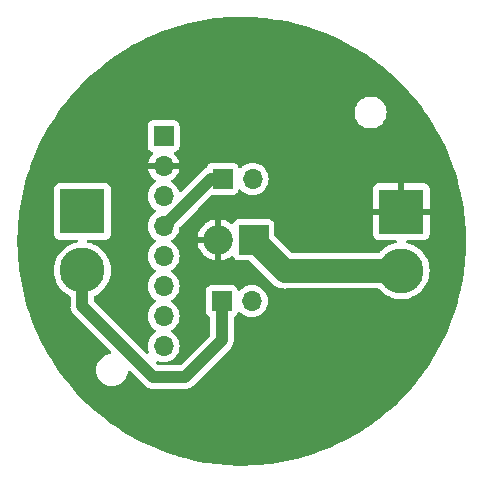
<source format=gbr>
%TF.GenerationSoftware,KiCad,Pcbnew,(7.0.0)*%
%TF.CreationDate,2023-11-14T12:36:05+01:00*%
%TF.ProjectId,Helios_PCB_female,48656c69-6f73-45f5-9043-425f66656d61,rev?*%
%TF.SameCoordinates,Original*%
%TF.FileFunction,Copper,L2,Bot*%
%TF.FilePolarity,Positive*%
%FSLAX46Y46*%
G04 Gerber Fmt 4.6, Leading zero omitted, Abs format (unit mm)*
G04 Created by KiCad (PCBNEW (7.0.0)) date 2023-11-14 12:36:05*
%MOMM*%
%LPD*%
G01*
G04 APERTURE LIST*
%TA.AperFunction,ComponentPad*%
%ADD10R,3.800000X3.800000*%
%TD*%
%TA.AperFunction,ComponentPad*%
%ADD11C,3.800000*%
%TD*%
%TA.AperFunction,ComponentPad*%
%ADD12R,1.700000X1.700000*%
%TD*%
%TA.AperFunction,ComponentPad*%
%ADD13O,1.700000X1.700000*%
%TD*%
%TA.AperFunction,ComponentPad*%
%ADD14R,2.500000X2.500000*%
%TD*%
%TA.AperFunction,ComponentPad*%
%ADD15O,2.500000X2.500000*%
%TD*%
%TA.AperFunction,Conductor*%
%ADD16C,2.000000*%
%TD*%
%TA.AperFunction,Conductor*%
%ADD17C,1.000000*%
%TD*%
G04 APERTURE END LIST*
D10*
%TO.P,J1,1,Pin_1*%
%TO.N,GND*%
X118499999Y-87499999D03*
D11*
%TO.P,J1,2,Pin_2*%
%TO.N,+5V*%
X118500000Y-92500000D03*
%TD*%
D10*
%TO.P,J3,1,Pin_1*%
%TO.N,SCL*%
X91499999Y-87474999D03*
D11*
%TO.P,J3,2,Pin_2*%
%TO.N,SDA*%
X91500000Y-92475000D03*
%TD*%
D12*
%TO.P,J4,1,Pin_1*%
%TO.N,SDA1*%
X103372999Y-84708999D03*
D13*
%TO.P,J4,2,Pin_2*%
%TO.N,SCL1*%
X105912999Y-84708999D03*
%TD*%
D12*
%TO.P,J7,1,Pin_1*%
%TO.N,SDA*%
X103304999Y-95059999D03*
D13*
%TO.P,J7,2,Pin_2*%
%TO.N,SCL*%
X105844999Y-95059999D03*
%TD*%
D12*
%TO.P,MPU1,1,VCC*%
%TO.N,+5V*%
X98379999Y-81105399D03*
D13*
%TO.P,MPU1,2,GND*%
%TO.N,GND*%
X98379999Y-83645399D03*
%TO.P,MPU1,3,SCL*%
%TO.N,SCL1*%
X98379999Y-86185399D03*
%TO.P,MPU1,4,SDA*%
%TO.N,SDA1*%
X98379999Y-88725399D03*
%TO.P,MPU1,5,XDA*%
%TO.N,unconnected-(MPU1-XDA-Pad5)*%
X98379999Y-91265399D03*
%TO.P,MPU1,6,XCL*%
%TO.N,unconnected-(MPU1-XCL-Pad6)*%
X98379999Y-93805399D03*
%TO.P,MPU1,7,AD0*%
%TO.N,unconnected-(MPU1-AD0-Pad7)*%
X98379999Y-96345399D03*
%TO.P,MPU1,8,INT*%
%TO.N,unconnected-(MPU1-INT-Pad8)*%
X98379999Y-98885399D03*
%TD*%
D14*
%TO.P,J2,1,Pin_1*%
%TO.N,+5V*%
X105999999Y-89872199D03*
D15*
%TO.P,J2,2,Pin_2*%
%TO.N,GND*%
X102999999Y-89872199D03*
%TD*%
D16*
%TO.N,+5V*%
X106000000Y-89872200D02*
X108627800Y-92500000D01*
X108627800Y-92500000D02*
X118500000Y-92500000D01*
D17*
%TO.N,SDA1*%
X103373000Y-84709000D02*
X102396400Y-84709000D01*
X102396400Y-84709000D02*
X98380000Y-88725400D01*
%TO.N,SDA*%
X100200000Y-101500000D02*
X97500000Y-101500000D01*
X97500000Y-101500000D02*
X91500000Y-95500000D01*
X103305000Y-95060000D02*
X103305000Y-98395000D01*
X91500000Y-95500000D02*
X91500000Y-92475000D01*
X103305000Y-98395000D02*
X100200000Y-101500000D01*
%TD*%
%TA.AperFunction,Conductor*%
%TO.N,GND*%
G36*
X105341262Y-71005495D02*
G01*
X105720209Y-71018535D01*
X105720928Y-71018564D01*
X106204192Y-71040583D01*
X106208458Y-71040851D01*
X106585290Y-71071160D01*
X106586156Y-71071235D01*
X107068956Y-71115321D01*
X107073151Y-71115778D01*
X107447100Y-71163193D01*
X107447805Y-71163286D01*
X107929344Y-71229472D01*
X107933527Y-71230122D01*
X108303578Y-71294400D01*
X108304591Y-71294582D01*
X108783611Y-71382799D01*
X108787850Y-71383658D01*
X109153329Y-71464561D01*
X109153900Y-71464690D01*
X109629961Y-71574978D01*
X109634281Y-71576062D01*
X109994055Y-71673200D01*
X109994962Y-71673449D01*
X110466678Y-71805618D01*
X110470979Y-71806909D01*
X110824490Y-71919982D01*
X110825479Y-71920303D01*
X111292031Y-72074247D01*
X111296237Y-72075721D01*
X111642780Y-72204358D01*
X111643399Y-72204590D01*
X112104218Y-72380279D01*
X112108399Y-72381963D01*
X112447032Y-72525653D01*
X112447638Y-72525913D01*
X112901612Y-72723102D01*
X112905737Y-72724986D01*
X113070104Y-72803810D01*
X113235444Y-72883101D01*
X113236352Y-72883541D01*
X113395035Y-72961233D01*
X113682506Y-73101982D01*
X113686565Y-73104066D01*
X114007006Y-73276232D01*
X114007464Y-73276480D01*
X114445240Y-73516112D01*
X114449301Y-73518437D01*
X114759551Y-73703940D01*
X114759882Y-73704139D01*
X115188284Y-73964656D01*
X115192287Y-73967197D01*
X115478762Y-74156837D01*
X115491363Y-74165178D01*
X115492048Y-74165635D01*
X115745476Y-74336016D01*
X115910110Y-74446700D01*
X115914041Y-74449455D01*
X116201534Y-74659340D01*
X116201965Y-74659657D01*
X116447698Y-74841634D01*
X116609123Y-74961177D01*
X116612957Y-74964134D01*
X116888014Y-75184962D01*
X116888624Y-75185455D01*
X117283982Y-75507103D01*
X117287657Y-75510215D01*
X117549697Y-75741127D01*
X117550175Y-75741551D01*
X117933154Y-76083243D01*
X117936762Y-76086594D01*
X118185064Y-76326499D01*
X118185463Y-76326886D01*
X118555342Y-76688440D01*
X118558822Y-76691981D01*
X118792762Y-76939731D01*
X118793228Y-76940226D01*
X119012477Y-77174985D01*
X119149260Y-77321443D01*
X119152594Y-77325162D01*
X119372007Y-77579985D01*
X119713604Y-77980866D01*
X119716799Y-77984774D01*
X119920777Y-78244896D01*
X119920922Y-78245081D01*
X120247279Y-78665423D01*
X120250317Y-78669506D01*
X120438385Y-78933418D01*
X120438706Y-78933872D01*
X120749117Y-79373623D01*
X120751988Y-79377874D01*
X120923610Y-79643702D01*
X120923834Y-79644051D01*
X121012257Y-79782268D01*
X121218109Y-80104043D01*
X121220804Y-80108456D01*
X121375517Y-80374077D01*
X121375755Y-80374487D01*
X121653232Y-80855092D01*
X121655743Y-80859660D01*
X121793272Y-81122827D01*
X121793472Y-81123211D01*
X122053616Y-81625266D01*
X122055933Y-81629981D01*
X122175745Y-81887345D01*
X122175642Y-81887392D01*
X122175911Y-81887700D01*
X122418391Y-82412895D01*
X122420508Y-82417749D01*
X122522512Y-82666018D01*
X122522644Y-82666342D01*
X122746819Y-83216382D01*
X122748718Y-83221345D01*
X122796170Y-83353813D01*
X122832403Y-83454963D01*
X122832343Y-83454984D01*
X122832507Y-83455254D01*
X123038204Y-84034030D01*
X123039895Y-84039135D01*
X123105103Y-84251356D01*
X123105181Y-84251612D01*
X123291940Y-84864136D01*
X123293407Y-84869352D01*
X123339878Y-85049655D01*
X123339934Y-85049875D01*
X123507504Y-85704998D01*
X123508740Y-85710315D01*
X123536206Y-85841498D01*
X123536244Y-85841681D01*
X123684428Y-86554785D01*
X123685428Y-86560192D01*
X123693878Y-86612375D01*
X123693901Y-86612519D01*
X123822089Y-87410108D01*
X123822858Y-87415701D01*
X123920462Y-88269485D01*
X123920975Y-88275107D01*
X123979617Y-89132426D01*
X123979874Y-89138065D01*
X123999435Y-89997176D01*
X123999435Y-90002822D01*
X123979874Y-90861934D01*
X123979617Y-90867573D01*
X123920975Y-91724892D01*
X123920462Y-91730514D01*
X123822858Y-92584298D01*
X123822089Y-92589891D01*
X123693901Y-93387480D01*
X123693878Y-93387625D01*
X123685428Y-93439807D01*
X123684428Y-93445213D01*
X123536244Y-94158318D01*
X123536206Y-94158501D01*
X123508740Y-94289683D01*
X123507504Y-94295000D01*
X123339934Y-94950124D01*
X123339878Y-94950344D01*
X123293407Y-95130646D01*
X123291940Y-95135862D01*
X123105181Y-95748387D01*
X123105103Y-95748643D01*
X123039895Y-95960863D01*
X123038204Y-95965968D01*
X122832537Y-96544659D01*
X122832434Y-96544950D01*
X122748727Y-96778632D01*
X122746819Y-96783616D01*
X122522644Y-97333657D01*
X122522511Y-97333981D01*
X122420507Y-97582249D01*
X122418391Y-97587103D01*
X122175942Y-98112229D01*
X122175777Y-98112584D01*
X122055933Y-98370017D01*
X122053616Y-98374732D01*
X121793472Y-98876787D01*
X121793272Y-98877171D01*
X121655743Y-99140338D01*
X121653232Y-99144906D01*
X121375755Y-99625511D01*
X121375517Y-99625921D01*
X121220804Y-99891542D01*
X121218109Y-99895955D01*
X120923889Y-100355862D01*
X120923610Y-100356296D01*
X120751988Y-100622124D01*
X120749117Y-100626375D01*
X120438706Y-101066126D01*
X120438385Y-101066580D01*
X120250317Y-101330492D01*
X120247279Y-101334575D01*
X119920999Y-101754818D01*
X119920631Y-101755289D01*
X119716799Y-102015224D01*
X119713604Y-102019132D01*
X119372156Y-102419840D01*
X119371740Y-102420325D01*
X119152602Y-102674827D01*
X119149260Y-102678555D01*
X118793228Y-103059772D01*
X118792762Y-103060267D01*
X118558822Y-103308017D01*
X118555342Y-103311558D01*
X118185463Y-103673112D01*
X118184945Y-103673615D01*
X117936762Y-103913404D01*
X117933154Y-103916755D01*
X117550175Y-104258447D01*
X117549604Y-104258953D01*
X117287682Y-104489762D01*
X117283956Y-104492917D01*
X116888639Y-104814531D01*
X116888014Y-104815036D01*
X116612957Y-105035864D01*
X116609123Y-105038821D01*
X116202102Y-105340240D01*
X116201421Y-105340741D01*
X115914041Y-105550543D01*
X115910110Y-105553298D01*
X115492100Y-105834328D01*
X115491363Y-105834820D01*
X115192287Y-106032801D01*
X115188269Y-106035351D01*
X114760171Y-106295684D01*
X114759376Y-106296163D01*
X114449306Y-106481558D01*
X114445212Y-106483902D01*
X114007678Y-106723402D01*
X114006826Y-106723863D01*
X113686615Y-106895906D01*
X113682454Y-106898042D01*
X113236352Y-107116457D01*
X113235444Y-107116897D01*
X112905782Y-107274991D01*
X112901565Y-107276917D01*
X112447828Y-107474003D01*
X112446862Y-107474418D01*
X112108439Y-107618019D01*
X112104177Y-107619735D01*
X111643581Y-107795339D01*
X111642559Y-107795723D01*
X111296282Y-107924261D01*
X111291985Y-107925767D01*
X110825568Y-108079666D01*
X110824490Y-108080016D01*
X110470979Y-108193089D01*
X110466657Y-108194386D01*
X109995066Y-108326520D01*
X109993933Y-108326831D01*
X109634289Y-108423934D01*
X109629953Y-108425022D01*
X109154186Y-108535243D01*
X109153000Y-108535511D01*
X108787901Y-108616329D01*
X108783559Y-108617209D01*
X108304718Y-108705393D01*
X108303481Y-108705615D01*
X107933602Y-108769864D01*
X107929266Y-108770538D01*
X107448098Y-108836673D01*
X107446811Y-108836843D01*
X107073213Y-108884213D01*
X107068891Y-108884684D01*
X106586411Y-108928741D01*
X106585076Y-108928856D01*
X106208473Y-108959146D01*
X106204176Y-108959416D01*
X105721321Y-108981417D01*
X105719942Y-108981473D01*
X105375751Y-108993317D01*
X105341262Y-108994504D01*
X105336999Y-108994577D01*
X104854540Y-108994577D01*
X104853119Y-108994569D01*
X104837158Y-108994385D01*
X104473320Y-108990214D01*
X104469098Y-108990093D01*
X103988069Y-108968176D01*
X103986608Y-108968101D01*
X103606523Y-108946287D01*
X103602352Y-108945977D01*
X103123610Y-108902262D01*
X103122113Y-108902116D01*
X102742612Y-108862815D01*
X102738500Y-108862320D01*
X102263082Y-108796975D01*
X102261553Y-108796755D01*
X101883403Y-108739969D01*
X101879359Y-108739293D01*
X101408192Y-108652522D01*
X101406633Y-108652225D01*
X101030743Y-108578016D01*
X101026774Y-108577165D01*
X100560675Y-108469185D01*
X100559092Y-108468807D01*
X100186346Y-108377282D01*
X100182460Y-108376261D01*
X99722433Y-108247367D01*
X99720830Y-108246906D01*
X99351996Y-108138190D01*
X99348199Y-108137004D01*
X98895117Y-107987503D01*
X98893497Y-107986956D01*
X98529483Y-107861254D01*
X98525784Y-107859911D01*
X98080487Y-107690139D01*
X98078855Y-107689503D01*
X97720450Y-107547030D01*
X97716854Y-107545535D01*
X97280278Y-107355903D01*
X97278639Y-107355177D01*
X96926625Y-107196188D01*
X96923139Y-107194548D01*
X96496104Y-106985466D01*
X96494463Y-106984647D01*
X96149653Y-106809456D01*
X96146282Y-106807678D01*
X95729656Y-106579623D01*
X95728018Y-106578710D01*
X95391151Y-106387638D01*
X95387900Y-106385728D01*
X94982524Y-106139213D01*
X94980894Y-106138205D01*
X94652731Y-105931632D01*
X94649605Y-105929598D01*
X94256167Y-105665087D01*
X94254552Y-105663982D01*
X93935902Y-105442371D01*
X93932905Y-105440220D01*
X93552299Y-105158364D01*
X93550703Y-105157162D01*
X93242145Y-104920865D01*
X93239300Y-104918619D01*
X92872208Y-104619967D01*
X92870637Y-104618668D01*
X92572999Y-104368273D01*
X92570274Y-104365912D01*
X92217333Y-104051021D01*
X92215792Y-104049622D01*
X91929786Y-103785696D01*
X91927202Y-103783242D01*
X91589146Y-103452796D01*
X91587692Y-103451351D01*
X91313815Y-103174315D01*
X91311389Y-103171791D01*
X90988940Y-102826532D01*
X90987478Y-102824938D01*
X90726427Y-102535458D01*
X90724131Y-102532839D01*
X90417927Y-102173493D01*
X90416570Y-102171871D01*
X90168807Y-101870411D01*
X90166708Y-101867784D01*
X89877356Y-101495105D01*
X89875997Y-101493321D01*
X89642174Y-101180631D01*
X89640176Y-101177880D01*
X89561612Y-101066580D01*
X89368274Y-100792683D01*
X89366991Y-100790830D01*
X89284984Y-100669982D01*
X89147584Y-100467503D01*
X89145749Y-100464718D01*
X89124451Y-100431427D01*
X88891759Y-100067696D01*
X88890550Y-100065767D01*
X88686117Y-99732593D01*
X88684446Y-99729785D01*
X88682241Y-99725965D01*
X88448829Y-99321686D01*
X88447723Y-99319727D01*
X88258679Y-98977347D01*
X88257145Y-98974479D01*
X88229665Y-98921444D01*
X88040446Y-98556268D01*
X88039400Y-98554200D01*
X87866182Y-98203371D01*
X87864794Y-98200464D01*
X87824056Y-98112229D01*
X87667416Y-97772959D01*
X87666496Y-97770914D01*
X87509420Y-97412228D01*
X87508226Y-97409402D01*
X87330561Y-96973480D01*
X87329685Y-96971269D01*
X87189189Y-96605681D01*
X87188147Y-96602864D01*
X87030518Y-96159336D01*
X87029776Y-96157180D01*
X86906139Y-95785388D01*
X86905219Y-95782498D01*
X86767983Y-95332401D01*
X86767335Y-95330194D01*
X86660842Y-94953012D01*
X86660046Y-94950049D01*
X86647247Y-94900011D01*
X86543484Y-94494348D01*
X86542910Y-94492002D01*
X86453807Y-94110271D01*
X86453187Y-94107462D01*
X86357474Y-93646868D01*
X86357004Y-93644477D01*
X86285479Y-93258970D01*
X86285003Y-93256224D01*
X86210358Y-92791781D01*
X86209996Y-92789361D01*
X86166469Y-92475000D01*
X89094754Y-92475000D01*
X89113720Y-92776457D01*
X89114447Y-92780269D01*
X89114449Y-92780283D01*
X89169588Y-93069330D01*
X89170319Y-93073160D01*
X89171523Y-93076867D01*
X89171524Y-93076869D01*
X89230692Y-93258970D01*
X89263659Y-93360430D01*
X89392267Y-93633736D01*
X89394349Y-93637017D01*
X89394352Y-93637022D01*
X89552024Y-93885474D01*
X89552028Y-93885480D01*
X89554115Y-93888768D01*
X89556594Y-93891765D01*
X89556598Y-93891770D01*
X89656310Y-94012301D01*
X89746651Y-94121504D01*
X89966838Y-94328274D01*
X90211205Y-94505816D01*
X90214612Y-94507689D01*
X90435238Y-94628980D01*
X90482232Y-94674521D01*
X90499500Y-94737642D01*
X90499500Y-95485722D01*
X90499460Y-95488862D01*
X90497243Y-95576363D01*
X90498351Y-95582548D01*
X90498352Y-95582554D01*
X90507648Y-95634420D01*
X90508957Y-95643748D01*
X90514289Y-95696180D01*
X90514290Y-95696185D01*
X90514926Y-95702438D01*
X90516807Y-95708435D01*
X90516810Y-95708447D01*
X90524032Y-95731466D01*
X90527772Y-95746702D01*
X90532031Y-95770464D01*
X90532035Y-95770478D01*
X90533142Y-95776653D01*
X90535471Y-95782483D01*
X90555020Y-95831425D01*
X90558179Y-95840298D01*
X90575841Y-95896588D01*
X90578891Y-95902083D01*
X90590603Y-95923184D01*
X90597337Y-95937363D01*
X90606290Y-95959778D01*
X90606292Y-95959783D01*
X90608623Y-95965617D01*
X90612082Y-95970866D01*
X90612085Y-95970871D01*
X90641080Y-96014867D01*
X90645961Y-96022923D01*
X90671536Y-96068999D01*
X90671538Y-96069002D01*
X90674591Y-96074502D01*
X90678689Y-96079275D01*
X90694404Y-96097581D01*
X90703855Y-96110116D01*
X90717133Y-96130263D01*
X90717138Y-96130269D01*
X90720598Y-96135519D01*
X90725045Y-96139966D01*
X90762300Y-96177221D01*
X90768705Y-96184131D01*
X90807134Y-96228895D01*
X90831198Y-96247522D01*
X90842968Y-96257889D01*
X93930975Y-99345896D01*
X93964355Y-99406738D01*
X93959816Y-99475987D01*
X93918781Y-99531952D01*
X93854103Y-99557105D01*
X93769982Y-99564465D01*
X93769977Y-99564465D01*
X93764592Y-99564937D01*
X93759371Y-99566335D01*
X93759365Y-99566337D01*
X93541569Y-99624694D01*
X93541557Y-99624698D01*
X93536337Y-99626097D01*
X93531432Y-99628383D01*
X93531427Y-99628386D01*
X93327081Y-99723675D01*
X93327077Y-99723677D01*
X93322171Y-99725965D01*
X93317738Y-99729068D01*
X93317731Y-99729073D01*
X93133034Y-99858399D01*
X93133029Y-99858402D01*
X93128599Y-99861505D01*
X93124775Y-99865328D01*
X93124769Y-99865334D01*
X92965336Y-100024767D01*
X92965330Y-100024773D01*
X92961505Y-100028599D01*
X92958406Y-100033023D01*
X92958399Y-100033033D01*
X92829066Y-100217740D01*
X92829061Y-100217747D01*
X92825965Y-100222170D01*
X92823683Y-100227061D01*
X92823678Y-100227072D01*
X92728386Y-100431427D01*
X92728383Y-100431432D01*
X92726097Y-100436337D01*
X92724698Y-100441557D01*
X92724694Y-100441569D01*
X92666337Y-100659365D01*
X92666335Y-100659371D01*
X92664937Y-100664592D01*
X92664465Y-100669977D01*
X92664465Y-100669982D01*
X92653892Y-100790830D01*
X92644341Y-100900000D01*
X92644813Y-100905395D01*
X92657105Y-101045898D01*
X92664937Y-101135408D01*
X92666336Y-101140630D01*
X92666337Y-101140634D01*
X92724694Y-101358430D01*
X92724697Y-101358438D01*
X92726097Y-101363663D01*
X92825965Y-101577829D01*
X92961505Y-101771401D01*
X93128599Y-101938495D01*
X93322171Y-102074035D01*
X93536337Y-102173903D01*
X93764592Y-102235063D01*
X93941034Y-102250500D01*
X94056258Y-102250500D01*
X94058966Y-102250500D01*
X94235408Y-102235063D01*
X94463663Y-102173903D01*
X94677829Y-102074035D01*
X94871401Y-101938495D01*
X95038495Y-101771401D01*
X95174035Y-101577830D01*
X95273903Y-101363663D01*
X95335063Y-101135408D01*
X95342894Y-101045897D01*
X95368046Y-100981219D01*
X95424011Y-100940183D01*
X95493260Y-100935644D01*
X95554103Y-100969024D01*
X96782450Y-102197371D01*
X96784643Y-102199620D01*
X96817002Y-102233662D01*
X96844941Y-102263053D01*
X96873405Y-102282864D01*
X96893352Y-102296748D01*
X96900875Y-102302421D01*
X96941712Y-102335719D01*
X96941717Y-102335722D01*
X96946593Y-102339698D01*
X96952168Y-102342610D01*
X96973556Y-102353782D01*
X96986980Y-102361915D01*
X97011951Y-102379295D01*
X97066163Y-102402559D01*
X97074673Y-102406601D01*
X97126951Y-102433909D01*
X97156195Y-102442276D01*
X97170979Y-102447539D01*
X97198942Y-102459540D01*
X97256727Y-102471414D01*
X97265869Y-102473657D01*
X97322582Y-102489886D01*
X97328857Y-102490363D01*
X97328858Y-102490364D01*
X97332331Y-102490628D01*
X97352915Y-102492195D01*
X97368459Y-102494376D01*
X97392096Y-102499234D01*
X97392100Y-102499234D01*
X97398259Y-102500500D01*
X97457244Y-102500500D01*
X97466660Y-102500858D01*
X97525476Y-102505337D01*
X97555651Y-102501493D01*
X97571317Y-102500500D01*
X100185722Y-102500500D01*
X100188862Y-102500539D01*
X100276363Y-102502757D01*
X100334458Y-102492344D01*
X100343739Y-102491042D01*
X100402438Y-102485074D01*
X100431464Y-102475966D01*
X100446713Y-102472224D01*
X100476653Y-102466858D01*
X100531423Y-102444980D01*
X100540303Y-102441818D01*
X100559994Y-102435640D01*
X100596588Y-102424159D01*
X100623194Y-102409390D01*
X100637362Y-102402662D01*
X100665617Y-102391377D01*
X100714891Y-102358902D01*
X100722910Y-102354043D01*
X100774502Y-102325409D01*
X100785961Y-102315570D01*
X100797583Y-102305594D01*
X100810125Y-102296137D01*
X100835519Y-102279402D01*
X100877238Y-102237681D01*
X100884122Y-102231301D01*
X100928895Y-102192866D01*
X100947524Y-102168798D01*
X100957884Y-102157035D01*
X104002389Y-99112529D01*
X104004559Y-99110413D01*
X104068053Y-99050059D01*
X104101752Y-99001641D01*
X104107428Y-98994113D01*
X104144698Y-98948407D01*
X104158782Y-98921444D01*
X104166919Y-98908013D01*
X104180704Y-98888208D01*
X104180703Y-98888208D01*
X104184295Y-98883049D01*
X104207568Y-98828815D01*
X104211598Y-98820331D01*
X104235997Y-98773624D01*
X104235997Y-98773622D01*
X104238909Y-98768049D01*
X104247275Y-98738808D01*
X104252539Y-98724019D01*
X104264540Y-98696058D01*
X104276421Y-98638238D01*
X104278650Y-98629155D01*
X104294886Y-98572418D01*
X104297195Y-98542082D01*
X104299376Y-98526539D01*
X104304234Y-98502901D01*
X104304233Y-98502901D01*
X104305500Y-98496741D01*
X104305500Y-98437756D01*
X104305858Y-98428340D01*
X104306735Y-98416827D01*
X104310337Y-98369524D01*
X104306493Y-98339348D01*
X104305500Y-98323683D01*
X104305500Y-96474142D01*
X104315512Y-96425330D01*
X104343930Y-96384399D01*
X104386164Y-96357960D01*
X104397331Y-96353796D01*
X104512546Y-96267546D01*
X104598796Y-96152331D01*
X104647810Y-96020916D01*
X104682789Y-95970537D01*
X104737634Y-95943084D01*
X104798927Y-95945273D01*
X104851673Y-95976569D01*
X104973599Y-96098495D01*
X104978031Y-96101598D01*
X104978033Y-96101600D01*
X105060663Y-96159458D01*
X105167170Y-96234035D01*
X105172070Y-96236320D01*
X105172072Y-96236321D01*
X105206399Y-96252328D01*
X105381337Y-96333903D01*
X105609592Y-96395063D01*
X105845000Y-96415659D01*
X106080408Y-96395063D01*
X106308663Y-96333903D01*
X106522830Y-96234035D01*
X106716401Y-96098495D01*
X106883495Y-95931401D01*
X107019035Y-95737830D01*
X107118903Y-95523663D01*
X107180063Y-95295408D01*
X107200659Y-95060000D01*
X107180063Y-94824592D01*
X107118903Y-94596337D01*
X107019035Y-94382171D01*
X106883495Y-94188599D01*
X106716401Y-94021505D01*
X106711970Y-94018402D01*
X106711966Y-94018399D01*
X106527259Y-93889066D01*
X106527257Y-93889064D01*
X106522830Y-93885965D01*
X106517933Y-93883681D01*
X106517927Y-93883678D01*
X106313572Y-93788386D01*
X106313570Y-93788385D01*
X106308663Y-93786097D01*
X106303438Y-93784697D01*
X106303430Y-93784694D01*
X106085634Y-93726337D01*
X106085630Y-93726336D01*
X106080408Y-93724937D01*
X106075020Y-93724465D01*
X106075017Y-93724465D01*
X105850395Y-93704813D01*
X105845000Y-93704341D01*
X105839605Y-93704813D01*
X105614982Y-93724465D01*
X105614977Y-93724465D01*
X105609592Y-93724937D01*
X105604371Y-93726335D01*
X105604365Y-93726337D01*
X105386569Y-93784694D01*
X105386557Y-93784698D01*
X105381337Y-93786097D01*
X105376432Y-93788383D01*
X105376427Y-93788386D01*
X105172081Y-93883675D01*
X105172077Y-93883677D01*
X105167171Y-93885965D01*
X105162738Y-93889068D01*
X105162731Y-93889073D01*
X104978034Y-94018399D01*
X104978029Y-94018402D01*
X104973599Y-94021505D01*
X104969775Y-94025328D01*
X104969775Y-94025329D01*
X104851673Y-94143431D01*
X104798926Y-94174726D01*
X104737633Y-94176915D01*
X104682789Y-94149462D01*
X104647810Y-94099082D01*
X104620304Y-94025336D01*
X104598796Y-93967669D01*
X104512546Y-93852454D01*
X104491497Y-93836697D01*
X104404431Y-93771519D01*
X104404430Y-93771518D01*
X104397331Y-93766204D01*
X104287839Y-93725366D01*
X104269752Y-93718620D01*
X104269750Y-93718619D01*
X104262483Y-93715909D01*
X104254770Y-93715079D01*
X104254767Y-93715079D01*
X104206180Y-93709855D01*
X104206169Y-93709854D01*
X104202873Y-93709500D01*
X104199550Y-93709500D01*
X102410439Y-93709500D01*
X102410420Y-93709500D01*
X102407128Y-93709501D01*
X102403850Y-93709853D01*
X102403838Y-93709854D01*
X102355231Y-93715079D01*
X102355225Y-93715080D01*
X102347517Y-93715909D01*
X102340252Y-93718618D01*
X102340246Y-93718620D01*
X102220980Y-93763104D01*
X102220978Y-93763104D01*
X102212669Y-93766204D01*
X102205572Y-93771516D01*
X102205568Y-93771519D01*
X102104550Y-93847141D01*
X102104546Y-93847144D01*
X102097454Y-93852454D01*
X102092144Y-93859546D01*
X102092141Y-93859550D01*
X102016519Y-93960568D01*
X102016516Y-93960572D01*
X102011204Y-93967669D01*
X102008104Y-93975978D01*
X102008104Y-93975980D01*
X101963620Y-94095247D01*
X101963619Y-94095250D01*
X101960909Y-94102517D01*
X101960079Y-94110227D01*
X101960079Y-94110232D01*
X101954855Y-94158819D01*
X101954854Y-94158831D01*
X101954500Y-94162127D01*
X101954500Y-94165448D01*
X101954500Y-94165449D01*
X101954500Y-95954560D01*
X101954500Y-95954578D01*
X101954501Y-95957872D01*
X101954853Y-95961150D01*
X101954854Y-95961161D01*
X101960079Y-96009768D01*
X101960080Y-96009773D01*
X101960909Y-96017483D01*
X101963619Y-96024749D01*
X101963620Y-96024753D01*
X101991124Y-96098495D01*
X102011204Y-96152331D01*
X102016518Y-96159430D01*
X102016519Y-96159431D01*
X102072367Y-96234035D01*
X102097454Y-96267546D01*
X102212669Y-96353796D01*
X102223835Y-96357960D01*
X102266070Y-96384399D01*
X102294488Y-96425330D01*
X102304500Y-96474142D01*
X102304500Y-97929217D01*
X102295061Y-97976670D01*
X102268181Y-98016898D01*
X99821899Y-100463181D01*
X99781671Y-100490061D01*
X99734218Y-100499500D01*
X97965783Y-100499500D01*
X97918330Y-100490061D01*
X97878102Y-100463181D01*
X97772570Y-100357649D01*
X97739428Y-100297859D01*
X97743009Y-100229592D01*
X97782222Y-100173596D01*
X97845151Y-100146891D01*
X97905852Y-100156511D01*
X97906343Y-100155163D01*
X97911427Y-100157013D01*
X97916337Y-100159303D01*
X98144592Y-100220463D01*
X98380000Y-100241059D01*
X98615408Y-100220463D01*
X98843663Y-100159303D01*
X99057830Y-100059435D01*
X99251401Y-99923895D01*
X99418495Y-99756801D01*
X99554035Y-99563230D01*
X99653903Y-99349063D01*
X99715063Y-99120808D01*
X99735659Y-98885400D01*
X99715063Y-98649992D01*
X99653903Y-98421737D01*
X99554035Y-98207571D01*
X99418495Y-98013999D01*
X99251401Y-97846905D01*
X99246968Y-97843801D01*
X99246961Y-97843795D01*
X99065842Y-97716975D01*
X99026976Y-97672657D01*
X99012965Y-97615400D01*
X99026976Y-97558143D01*
X99065842Y-97513825D01*
X99246961Y-97387004D01*
X99246961Y-97387003D01*
X99251401Y-97383895D01*
X99418495Y-97216801D01*
X99554035Y-97023230D01*
X99653903Y-96809063D01*
X99715063Y-96580808D01*
X99735659Y-96345400D01*
X99715063Y-96109992D01*
X99653903Y-95881737D01*
X99554035Y-95667571D01*
X99418495Y-95473999D01*
X99251401Y-95306905D01*
X99246970Y-95303802D01*
X99246966Y-95303799D01*
X99065841Y-95176974D01*
X99026976Y-95132656D01*
X99012965Y-95075399D01*
X99026976Y-95018142D01*
X99065839Y-94973826D01*
X99251401Y-94843895D01*
X99418495Y-94676801D01*
X99554035Y-94483230D01*
X99653903Y-94269063D01*
X99715063Y-94040808D01*
X99735659Y-93805400D01*
X99715063Y-93569992D01*
X99653903Y-93341737D01*
X99554035Y-93127571D01*
X99418495Y-92933999D01*
X99251401Y-92766905D01*
X99246968Y-92763801D01*
X99246961Y-92763795D01*
X99065842Y-92636975D01*
X99026976Y-92592657D01*
X99012965Y-92535400D01*
X99026976Y-92478143D01*
X99065842Y-92433825D01*
X99246961Y-92307004D01*
X99246961Y-92307003D01*
X99251401Y-92303895D01*
X99418495Y-92136801D01*
X99554035Y-91943230D01*
X99653903Y-91729063D01*
X99715063Y-91500808D01*
X99735659Y-91265400D01*
X99715063Y-91029992D01*
X99653903Y-90801737D01*
X99554035Y-90587571D01*
X99418495Y-90393999D01*
X99251401Y-90226905D01*
X99246968Y-90223801D01*
X99246961Y-90223795D01*
X99123128Y-90137087D01*
X101265546Y-90137087D01*
X101265725Y-90138276D01*
X101322026Y-90384943D01*
X101324755Y-90393791D01*
X101417185Y-90629301D01*
X101421204Y-90637647D01*
X101547707Y-90856755D01*
X101552920Y-90864400D01*
X101710669Y-91062212D01*
X101716963Y-91068995D01*
X101902429Y-91241083D01*
X101909669Y-91246858D01*
X102118709Y-91389377D01*
X102126731Y-91394008D01*
X102354681Y-91503784D01*
X102363291Y-91507164D01*
X102605065Y-91581741D01*
X102614081Y-91583799D01*
X102736762Y-91602289D01*
X102747668Y-91601575D01*
X102750000Y-91590901D01*
X103250000Y-91590901D01*
X103252331Y-91601575D01*
X103263237Y-91602289D01*
X103385918Y-91583799D01*
X103394934Y-91581741D01*
X103636708Y-91507164D01*
X103645318Y-91503784D01*
X103873268Y-91394009D01*
X103881289Y-91389378D01*
X104094167Y-91244242D01*
X104094796Y-91245165D01*
X104141628Y-91223250D01*
X104199562Y-91225231D01*
X104250266Y-91253328D01*
X104282658Y-91301401D01*
X104306204Y-91364531D01*
X104392454Y-91479746D01*
X104507669Y-91565996D01*
X104642517Y-91616291D01*
X104702127Y-91622700D01*
X105577109Y-91622699D01*
X105624562Y-91632138D01*
X105664790Y-91659018D01*
X107495465Y-93489692D01*
X107505631Y-93501204D01*
X107520062Y-93519744D01*
X107523829Y-93523211D01*
X107523832Y-93523215D01*
X107586857Y-93581233D01*
X107590555Y-93584782D01*
X107610674Y-93604901D01*
X107612619Y-93606548D01*
X107612635Y-93606563D01*
X107632397Y-93623300D01*
X107636239Y-93626692D01*
X107703015Y-93688164D01*
X107707312Y-93690971D01*
X107707313Y-93690972D01*
X107722664Y-93701001D01*
X107734987Y-93710190D01*
X107748988Y-93722049D01*
X107748998Y-93722056D01*
X107752906Y-93725366D01*
X107830875Y-93771825D01*
X107835205Y-93774528D01*
X107906899Y-93821369D01*
X107906911Y-93821375D01*
X107911193Y-93824173D01*
X107932699Y-93833606D01*
X107946351Y-93840634D01*
X107966526Y-93852655D01*
X107971302Y-93854518D01*
X107971303Y-93854519D01*
X108051047Y-93885635D01*
X108055782Y-93887596D01*
X108107939Y-93910474D01*
X108138919Y-93924063D01*
X108161690Y-93929829D01*
X108176314Y-93934514D01*
X108184676Y-93937777D01*
X108193403Y-93941183D01*
X108193406Y-93941184D01*
X108198186Y-93943049D01*
X108281738Y-93960568D01*
X108286989Y-93961669D01*
X108291959Y-93962818D01*
X108379979Y-93985108D01*
X108403383Y-93987046D01*
X108418584Y-93989261D01*
X108441563Y-93994080D01*
X108532254Y-93997830D01*
X108537337Y-93998146D01*
X108565733Y-94000500D01*
X108594212Y-94000500D01*
X108599336Y-94000605D01*
X108690021Y-94004357D01*
X108713325Y-94001452D01*
X108728664Y-94000500D01*
X116567515Y-94000500D01*
X116620312Y-94012301D01*
X116663058Y-94045459D01*
X116744163Y-94143498D01*
X116744173Y-94143508D01*
X116746651Y-94146504D01*
X116966838Y-94353274D01*
X117211205Y-94530816D01*
X117214612Y-94532689D01*
X117389763Y-94628980D01*
X117475896Y-94676332D01*
X117756738Y-94787525D01*
X118049302Y-94862642D01*
X118348973Y-94900500D01*
X118647133Y-94900500D01*
X118651027Y-94900500D01*
X118950698Y-94862642D01*
X119243262Y-94787525D01*
X119524104Y-94676332D01*
X119788795Y-94530816D01*
X120033162Y-94353274D01*
X120253349Y-94146504D01*
X120445885Y-93913768D01*
X120607733Y-93658736D01*
X120736341Y-93385430D01*
X120829681Y-93098160D01*
X120886280Y-92801457D01*
X120905246Y-92500000D01*
X120886280Y-92198543D01*
X120829681Y-91901840D01*
X120736341Y-91614570D01*
X120607733Y-91341264D01*
X120532839Y-91223250D01*
X120447975Y-91089525D01*
X120447973Y-91089522D01*
X120445885Y-91086232D01*
X120431625Y-91068995D01*
X120336941Y-90954541D01*
X120253349Y-90853496D01*
X120033162Y-90646726D01*
X120009178Y-90629301D01*
X119791944Y-90471472D01*
X119791945Y-90471472D01*
X119788795Y-90469184D01*
X119785391Y-90467313D01*
X119785387Y-90467310D01*
X119527521Y-90325546D01*
X119527514Y-90325542D01*
X119524104Y-90323668D01*
X119520478Y-90322232D01*
X119520473Y-90322230D01*
X119246890Y-90213911D01*
X119246884Y-90213909D01*
X119243262Y-90212475D01*
X119239484Y-90211505D01*
X119239481Y-90211504D01*
X118976972Y-90144104D01*
X118924837Y-90116150D01*
X118891586Y-90067223D01*
X118884787Y-90008459D01*
X118905986Y-89953232D01*
X118950360Y-89914111D01*
X119007809Y-89900000D01*
X120444518Y-89900000D01*
X120451114Y-89899646D01*
X120499667Y-89894426D01*
X120514641Y-89890888D01*
X120633777Y-89846452D01*
X120649189Y-89838037D01*
X120750092Y-89762501D01*
X120762501Y-89750092D01*
X120838037Y-89649189D01*
X120846452Y-89633777D01*
X120890888Y-89514641D01*
X120894426Y-89499667D01*
X120899646Y-89451114D01*
X120900000Y-89444518D01*
X120900000Y-87766326D01*
X120896549Y-87753450D01*
X120883674Y-87750000D01*
X116116326Y-87750000D01*
X116103450Y-87753450D01*
X116100000Y-87766326D01*
X116100000Y-89444518D01*
X116100353Y-89451114D01*
X116105573Y-89499667D01*
X116109111Y-89514641D01*
X116153547Y-89633777D01*
X116161962Y-89649189D01*
X116237498Y-89750092D01*
X116249907Y-89762501D01*
X116350810Y-89838037D01*
X116366222Y-89846452D01*
X116485358Y-89890888D01*
X116500332Y-89894426D01*
X116548885Y-89899646D01*
X116555482Y-89900000D01*
X117992191Y-89900000D01*
X118049640Y-89914111D01*
X118094014Y-89953232D01*
X118115213Y-90008459D01*
X118108414Y-90067223D01*
X118075163Y-90116150D01*
X118023028Y-90144104D01*
X117760518Y-90211504D01*
X117760511Y-90211506D01*
X117756738Y-90212475D01*
X117753120Y-90213907D01*
X117753109Y-90213911D01*
X117479526Y-90322230D01*
X117479515Y-90322234D01*
X117475896Y-90323668D01*
X117472491Y-90325539D01*
X117472478Y-90325546D01*
X117214612Y-90467310D01*
X117214600Y-90467317D01*
X117211205Y-90469184D01*
X117208061Y-90471467D01*
X117208055Y-90471472D01*
X116969994Y-90644432D01*
X116969983Y-90644440D01*
X116966838Y-90646726D01*
X116964003Y-90649387D01*
X116963996Y-90649394D01*
X116749488Y-90850831D01*
X116749481Y-90850838D01*
X116746651Y-90853496D01*
X116744180Y-90856482D01*
X116744163Y-90856501D01*
X116663058Y-90954541D01*
X116620312Y-90987699D01*
X116567515Y-90999500D01*
X109300689Y-90999500D01*
X109253236Y-90990061D01*
X109213008Y-90963181D01*
X107786818Y-89536990D01*
X107759938Y-89496762D01*
X107750499Y-89449309D01*
X107750499Y-88577639D01*
X107750499Y-88574328D01*
X107744091Y-88514717D01*
X107693796Y-88379869D01*
X107607546Y-88264654D01*
X107597090Y-88256827D01*
X107499431Y-88183719D01*
X107499430Y-88183718D01*
X107492331Y-88178404D01*
X107357483Y-88128109D01*
X107349770Y-88127279D01*
X107349767Y-88127279D01*
X107301180Y-88122055D01*
X107301169Y-88122054D01*
X107297873Y-88121700D01*
X107294550Y-88121700D01*
X104705439Y-88121700D01*
X104705420Y-88121700D01*
X104702128Y-88121701D01*
X104698850Y-88122053D01*
X104698838Y-88122054D01*
X104650231Y-88127279D01*
X104650225Y-88127280D01*
X104642517Y-88128109D01*
X104635252Y-88130818D01*
X104635246Y-88130820D01*
X104515980Y-88175304D01*
X104515978Y-88175304D01*
X104507669Y-88178404D01*
X104500572Y-88183716D01*
X104500568Y-88183719D01*
X104399550Y-88259341D01*
X104399546Y-88259344D01*
X104392454Y-88264654D01*
X104387144Y-88271746D01*
X104387141Y-88271750D01*
X104311519Y-88372768D01*
X104311516Y-88372772D01*
X104306204Y-88379869D01*
X104303106Y-88388174D01*
X104303101Y-88388184D01*
X104282657Y-88442998D01*
X104250271Y-88491066D01*
X104199577Y-88519164D01*
X104141651Y-88521154D01*
X104094793Y-88499238D01*
X104094167Y-88500158D01*
X103881289Y-88355021D01*
X103873268Y-88350390D01*
X103645318Y-88240615D01*
X103636708Y-88237235D01*
X103394934Y-88162658D01*
X103385918Y-88160600D01*
X103263237Y-88142110D01*
X103252331Y-88142824D01*
X103250000Y-88153499D01*
X103250000Y-91590901D01*
X102750000Y-91590901D01*
X102750000Y-90138526D01*
X102746549Y-90125650D01*
X102733674Y-90122200D01*
X101280938Y-90122200D01*
X101267809Y-90125893D01*
X101265546Y-90137087D01*
X99123128Y-90137087D01*
X99065842Y-90096975D01*
X99026976Y-90052657D01*
X99012965Y-89995400D01*
X99026976Y-89938143D01*
X99065842Y-89893825D01*
X99246961Y-89767004D01*
X99246961Y-89767003D01*
X99251401Y-89763895D01*
X99407984Y-89607312D01*
X101265546Y-89607312D01*
X101267809Y-89618506D01*
X101280938Y-89622200D01*
X102733674Y-89622200D01*
X102746549Y-89618749D01*
X102750000Y-89605874D01*
X102750000Y-88153499D01*
X102747668Y-88142824D01*
X102736762Y-88142110D01*
X102614081Y-88160600D01*
X102605065Y-88162658D01*
X102363291Y-88237235D01*
X102354681Y-88240615D01*
X102126731Y-88350391D01*
X102118709Y-88355022D01*
X101909669Y-88497541D01*
X101902429Y-88503316D01*
X101716963Y-88675404D01*
X101710669Y-88682187D01*
X101552920Y-88879999D01*
X101547707Y-88887644D01*
X101421204Y-89106752D01*
X101417185Y-89115098D01*
X101324755Y-89350608D01*
X101322026Y-89359456D01*
X101265725Y-89606123D01*
X101265546Y-89607312D01*
X99407984Y-89607312D01*
X99418495Y-89596801D01*
X99554035Y-89403230D01*
X99653903Y-89189063D01*
X99715063Y-88960808D01*
X99726043Y-88835300D01*
X99737189Y-88793705D01*
X99761887Y-88758432D01*
X101286645Y-87233674D01*
X116100000Y-87233674D01*
X116103450Y-87246549D01*
X116116326Y-87250000D01*
X118233674Y-87250000D01*
X118246549Y-87246549D01*
X118250000Y-87233674D01*
X118750000Y-87233674D01*
X118753450Y-87246549D01*
X118766326Y-87250000D01*
X120883674Y-87250000D01*
X120896549Y-87246549D01*
X120900000Y-87233674D01*
X120900000Y-85555482D01*
X120899646Y-85548885D01*
X120894426Y-85500332D01*
X120890888Y-85485358D01*
X120846452Y-85366222D01*
X120838037Y-85350810D01*
X120762501Y-85249907D01*
X120750092Y-85237498D01*
X120649189Y-85161962D01*
X120633777Y-85153547D01*
X120514641Y-85109111D01*
X120499667Y-85105573D01*
X120451114Y-85100353D01*
X120444518Y-85100000D01*
X118766326Y-85100000D01*
X118753450Y-85103450D01*
X118750000Y-85116326D01*
X118750000Y-87233674D01*
X118250000Y-87233674D01*
X118250000Y-85116326D01*
X118246549Y-85103450D01*
X118233674Y-85100000D01*
X116555482Y-85100000D01*
X116548885Y-85100353D01*
X116500332Y-85105573D01*
X116485358Y-85109111D01*
X116366222Y-85153547D01*
X116350810Y-85161962D01*
X116249907Y-85237498D01*
X116237498Y-85249907D01*
X116161962Y-85350810D01*
X116153547Y-85366222D01*
X116109111Y-85485358D01*
X116105573Y-85500332D01*
X116100353Y-85548885D01*
X116100000Y-85555482D01*
X116100000Y-87233674D01*
X101286645Y-87233674D01*
X102424504Y-86095815D01*
X102464729Y-86068938D01*
X102512177Y-86059499D01*
X104270872Y-86059499D01*
X104330483Y-86053091D01*
X104465331Y-86002796D01*
X104580546Y-85916546D01*
X104666796Y-85801331D01*
X104715810Y-85669916D01*
X104750789Y-85619537D01*
X104805634Y-85592084D01*
X104866927Y-85594273D01*
X104919673Y-85625569D01*
X105041599Y-85747495D01*
X105046031Y-85750598D01*
X105046033Y-85750600D01*
X105142539Y-85818174D01*
X105235170Y-85883035D01*
X105449337Y-85982903D01*
X105677592Y-86044063D01*
X105913000Y-86064659D01*
X106148408Y-86044063D01*
X106376663Y-85982903D01*
X106590830Y-85883035D01*
X106784401Y-85747495D01*
X106951495Y-85580401D01*
X107087035Y-85386830D01*
X107186903Y-85172663D01*
X107248063Y-84944408D01*
X107268659Y-84709000D01*
X107248063Y-84473592D01*
X107186903Y-84245337D01*
X107087035Y-84031171D01*
X106951495Y-83837599D01*
X106784401Y-83670505D01*
X106779970Y-83667402D01*
X106779966Y-83667399D01*
X106595259Y-83538066D01*
X106595257Y-83538064D01*
X106590830Y-83534965D01*
X106585933Y-83532681D01*
X106585927Y-83532678D01*
X106381572Y-83437386D01*
X106381570Y-83437385D01*
X106376663Y-83435097D01*
X106371438Y-83433697D01*
X106371430Y-83433694D01*
X106153634Y-83375337D01*
X106153630Y-83375336D01*
X106148408Y-83373937D01*
X106143020Y-83373465D01*
X106143017Y-83373465D01*
X105918395Y-83353813D01*
X105913000Y-83353341D01*
X105907605Y-83353813D01*
X105682982Y-83373465D01*
X105682977Y-83373465D01*
X105677592Y-83373937D01*
X105672371Y-83375335D01*
X105672365Y-83375337D01*
X105454569Y-83433694D01*
X105454557Y-83433698D01*
X105449337Y-83435097D01*
X105444432Y-83437383D01*
X105444427Y-83437386D01*
X105240081Y-83532675D01*
X105240077Y-83532677D01*
X105235171Y-83534965D01*
X105230738Y-83538068D01*
X105230731Y-83538073D01*
X105046034Y-83667399D01*
X105046029Y-83667402D01*
X105041599Y-83670505D01*
X105037775Y-83674328D01*
X105037775Y-83674329D01*
X104919673Y-83792431D01*
X104866926Y-83823726D01*
X104805633Y-83825915D01*
X104750789Y-83798462D01*
X104715810Y-83748082D01*
X104688304Y-83674336D01*
X104666796Y-83616669D01*
X104580546Y-83501454D01*
X104490030Y-83433694D01*
X104472431Y-83420519D01*
X104472430Y-83420518D01*
X104465331Y-83415204D01*
X104358442Y-83375337D01*
X104337752Y-83367620D01*
X104337750Y-83367619D01*
X104330483Y-83364909D01*
X104322770Y-83364079D01*
X104322767Y-83364079D01*
X104274180Y-83358855D01*
X104274169Y-83358854D01*
X104270873Y-83358500D01*
X104267550Y-83358500D01*
X102478439Y-83358500D01*
X102478420Y-83358500D01*
X102475128Y-83358501D01*
X102471850Y-83358853D01*
X102471838Y-83358854D01*
X102423231Y-83364079D01*
X102423225Y-83364080D01*
X102415517Y-83364909D01*
X102408252Y-83367618D01*
X102408246Y-83367620D01*
X102288980Y-83412104D01*
X102288978Y-83412104D01*
X102280669Y-83415204D01*
X102273572Y-83420516D01*
X102273568Y-83420519D01*
X102172550Y-83496141D01*
X102172546Y-83496144D01*
X102165454Y-83501454D01*
X102160144Y-83508546D01*
X102160141Y-83508550D01*
X102084519Y-83609568D01*
X102084516Y-83609572D01*
X102079204Y-83616669D01*
X102076104Y-83624978D01*
X102076105Y-83624978D01*
X102036823Y-83730297D01*
X102014632Y-83767844D01*
X101980812Y-83795385D01*
X101973208Y-83799605D01*
X101959040Y-83806334D01*
X101936623Y-83815289D01*
X101936613Y-83815293D01*
X101930783Y-83817623D01*
X101925540Y-83821078D01*
X101925531Y-83821083D01*
X101881523Y-83850086D01*
X101873473Y-83854963D01*
X101821898Y-83883591D01*
X101817129Y-83887684D01*
X101817126Y-83887687D01*
X101798814Y-83903407D01*
X101786287Y-83912852D01*
X101766131Y-83926136D01*
X101766119Y-83926145D01*
X101760881Y-83929598D01*
X101756439Y-83934039D01*
X101756435Y-83934043D01*
X101719174Y-83971303D01*
X101712268Y-83977704D01*
X101672273Y-84012040D01*
X101672269Y-84012043D01*
X101667505Y-84016134D01*
X101663660Y-84021100D01*
X101663660Y-84021101D01*
X101648880Y-84040194D01*
X101638508Y-84051969D01*
X99872304Y-85818174D01*
X99816716Y-85850268D01*
X99752529Y-85850268D01*
X99696941Y-85818174D01*
X99664848Y-85762585D01*
X99655305Y-85726971D01*
X99653903Y-85721737D01*
X99554035Y-85507571D01*
X99418495Y-85313999D01*
X99251401Y-85146905D01*
X99246970Y-85143802D01*
X99246966Y-85143799D01*
X99065405Y-85016669D01*
X99026540Y-84972351D01*
X99012529Y-84915094D01*
X99026540Y-84857837D01*
X99065406Y-84813519D01*
X99246638Y-84686619D01*
X99254909Y-84679678D01*
X99414278Y-84520309D01*
X99421215Y-84512043D01*
X99550498Y-84327408D01*
X99555886Y-84318076D01*
X99651143Y-84113797D01*
X99654831Y-84103663D01*
X99706943Y-83909180D01*
X99707311Y-83897951D01*
X99696369Y-83895400D01*
X97063631Y-83895400D01*
X97052688Y-83897951D01*
X97053056Y-83909180D01*
X97105168Y-84103663D01*
X97108856Y-84113797D01*
X97204113Y-84318076D01*
X97209501Y-84327408D01*
X97338784Y-84512043D01*
X97345721Y-84520309D01*
X97505090Y-84679678D01*
X97513356Y-84686615D01*
X97694595Y-84813520D01*
X97733460Y-84857838D01*
X97747471Y-84915095D01*
X97733460Y-84972352D01*
X97694594Y-85016670D01*
X97513034Y-85143799D01*
X97513029Y-85143802D01*
X97508599Y-85146905D01*
X97504775Y-85150728D01*
X97504769Y-85150734D01*
X97345334Y-85310169D01*
X97345328Y-85310175D01*
X97341505Y-85313999D01*
X97338402Y-85318429D01*
X97338399Y-85318434D01*
X97209073Y-85503131D01*
X97209068Y-85503138D01*
X97205965Y-85507571D01*
X97203677Y-85512477D01*
X97203675Y-85512481D01*
X97108386Y-85716827D01*
X97108383Y-85716832D01*
X97106097Y-85721737D01*
X97104698Y-85726957D01*
X97104694Y-85726969D01*
X97046337Y-85944765D01*
X97046335Y-85944771D01*
X97044937Y-85949992D01*
X97044465Y-85955377D01*
X97044465Y-85955382D01*
X97024813Y-86180005D01*
X97024341Y-86185400D01*
X97044937Y-86420808D01*
X97046336Y-86426030D01*
X97046337Y-86426034D01*
X97104694Y-86643830D01*
X97104697Y-86643838D01*
X97106097Y-86649063D01*
X97108385Y-86653970D01*
X97108386Y-86653972D01*
X97203678Y-86858327D01*
X97203681Y-86858333D01*
X97205965Y-86863230D01*
X97209064Y-86867657D01*
X97209066Y-86867659D01*
X97338399Y-87052366D01*
X97338402Y-87052370D01*
X97341505Y-87056801D01*
X97508599Y-87223895D01*
X97513032Y-87226999D01*
X97513038Y-87227004D01*
X97694158Y-87353825D01*
X97733024Y-87398143D01*
X97747035Y-87455400D01*
X97733024Y-87512657D01*
X97694158Y-87556975D01*
X97508599Y-87686905D01*
X97504775Y-87690728D01*
X97504769Y-87690734D01*
X97345334Y-87850169D01*
X97345328Y-87850175D01*
X97341505Y-87853999D01*
X97338402Y-87858429D01*
X97338399Y-87858434D01*
X97209073Y-88043131D01*
X97209068Y-88043138D01*
X97205965Y-88047571D01*
X97203677Y-88052477D01*
X97203675Y-88052481D01*
X97108386Y-88256827D01*
X97108383Y-88256832D01*
X97106097Y-88261737D01*
X97104698Y-88266957D01*
X97104694Y-88266969D01*
X97046337Y-88484765D01*
X97046335Y-88484771D01*
X97044937Y-88489992D01*
X97044465Y-88495377D01*
X97044465Y-88495382D01*
X97028715Y-88675404D01*
X97024341Y-88725400D01*
X97024813Y-88730795D01*
X97042588Y-88933967D01*
X97044937Y-88960808D01*
X97046336Y-88966030D01*
X97046337Y-88966034D01*
X97104694Y-89183830D01*
X97104697Y-89183838D01*
X97106097Y-89189063D01*
X97108385Y-89193970D01*
X97108386Y-89193972D01*
X97203678Y-89398327D01*
X97203681Y-89398333D01*
X97205965Y-89403230D01*
X97209064Y-89407657D01*
X97209066Y-89407659D01*
X97338399Y-89592366D01*
X97338402Y-89592370D01*
X97341505Y-89596801D01*
X97508599Y-89763895D01*
X97513032Y-89766999D01*
X97513038Y-89767004D01*
X97694158Y-89893825D01*
X97733024Y-89938143D01*
X97747035Y-89995400D01*
X97733024Y-90052657D01*
X97694159Y-90096975D01*
X97513041Y-90223795D01*
X97508599Y-90226905D01*
X97504775Y-90230728D01*
X97504769Y-90230734D01*
X97345334Y-90390169D01*
X97345328Y-90390175D01*
X97341505Y-90393999D01*
X97338402Y-90398429D01*
X97338399Y-90398434D01*
X97209073Y-90583131D01*
X97209068Y-90583138D01*
X97205965Y-90587571D01*
X97203677Y-90592477D01*
X97203675Y-90592481D01*
X97108386Y-90796827D01*
X97108383Y-90796832D01*
X97106097Y-90801737D01*
X97104698Y-90806957D01*
X97104694Y-90806969D01*
X97046337Y-91024765D01*
X97046335Y-91024771D01*
X97044937Y-91029992D01*
X97044465Y-91035377D01*
X97044465Y-91035382D01*
X97026192Y-91244242D01*
X97024341Y-91265400D01*
X97024813Y-91270795D01*
X97028503Y-91312977D01*
X97044937Y-91500808D01*
X97046336Y-91506030D01*
X97046337Y-91506034D01*
X97104694Y-91723830D01*
X97104697Y-91723838D01*
X97106097Y-91729063D01*
X97108385Y-91733970D01*
X97108386Y-91733972D01*
X97203678Y-91938327D01*
X97203681Y-91938333D01*
X97205965Y-91943230D01*
X97209064Y-91947657D01*
X97209066Y-91947659D01*
X97338399Y-92132366D01*
X97338402Y-92132370D01*
X97341505Y-92136801D01*
X97508599Y-92303895D01*
X97513032Y-92306999D01*
X97513038Y-92307004D01*
X97694158Y-92433825D01*
X97733024Y-92478143D01*
X97747035Y-92535400D01*
X97733024Y-92592657D01*
X97694159Y-92636975D01*
X97513041Y-92763795D01*
X97508599Y-92766905D01*
X97504775Y-92770728D01*
X97504769Y-92770734D01*
X97345334Y-92930169D01*
X97345328Y-92930175D01*
X97341505Y-92933999D01*
X97338402Y-92938429D01*
X97338399Y-92938434D01*
X97209073Y-93123131D01*
X97209068Y-93123138D01*
X97205965Y-93127571D01*
X97203677Y-93132477D01*
X97203675Y-93132481D01*
X97108386Y-93336827D01*
X97108383Y-93336832D01*
X97106097Y-93341737D01*
X97104698Y-93346957D01*
X97104694Y-93346969D01*
X97046337Y-93564765D01*
X97046335Y-93564771D01*
X97044937Y-93569992D01*
X97044465Y-93575377D01*
X97044465Y-93575382D01*
X97027164Y-93773134D01*
X97024341Y-93805400D01*
X97024813Y-93810795D01*
X97043582Y-94025329D01*
X97044937Y-94040808D01*
X97046336Y-94046030D01*
X97046337Y-94046034D01*
X97104694Y-94263830D01*
X97104697Y-94263838D01*
X97106097Y-94269063D01*
X97108385Y-94273970D01*
X97108386Y-94273972D01*
X97203678Y-94478327D01*
X97203681Y-94478333D01*
X97205965Y-94483230D01*
X97209064Y-94487657D01*
X97209066Y-94487659D01*
X97338399Y-94672366D01*
X97338402Y-94672370D01*
X97341505Y-94676801D01*
X97508599Y-94843895D01*
X97513032Y-94846999D01*
X97513038Y-94847004D01*
X97694158Y-94973825D01*
X97733024Y-95018143D01*
X97747035Y-95075400D01*
X97733024Y-95132657D01*
X97694160Y-95176974D01*
X97508599Y-95306905D01*
X97504775Y-95310728D01*
X97504769Y-95310734D01*
X97345334Y-95470169D01*
X97345328Y-95470175D01*
X97341505Y-95473999D01*
X97338402Y-95478429D01*
X97338399Y-95478434D01*
X97209073Y-95663131D01*
X97209068Y-95663138D01*
X97205965Y-95667571D01*
X97203677Y-95672477D01*
X97203675Y-95672481D01*
X97108386Y-95876827D01*
X97108383Y-95876832D01*
X97106097Y-95881737D01*
X97104698Y-95886957D01*
X97104694Y-95886969D01*
X97046337Y-96104765D01*
X97046335Y-96104771D01*
X97044937Y-96109992D01*
X97044465Y-96115377D01*
X97044465Y-96115382D01*
X97034951Y-96224126D01*
X97024341Y-96345400D01*
X97024813Y-96350795D01*
X97041799Y-96544950D01*
X97044937Y-96580808D01*
X97046336Y-96586030D01*
X97046337Y-96586034D01*
X97104694Y-96803830D01*
X97104697Y-96803838D01*
X97106097Y-96809063D01*
X97108385Y-96813970D01*
X97108386Y-96813972D01*
X97203678Y-97018327D01*
X97203681Y-97018333D01*
X97205965Y-97023230D01*
X97209064Y-97027657D01*
X97209066Y-97027659D01*
X97338399Y-97212366D01*
X97338402Y-97212370D01*
X97341505Y-97216801D01*
X97508599Y-97383895D01*
X97513032Y-97386999D01*
X97513038Y-97387004D01*
X97694158Y-97513825D01*
X97733024Y-97558143D01*
X97747035Y-97615400D01*
X97733024Y-97672657D01*
X97694159Y-97716975D01*
X97513041Y-97843795D01*
X97508599Y-97846905D01*
X97504775Y-97850728D01*
X97504769Y-97850734D01*
X97345334Y-98010169D01*
X97345328Y-98010175D01*
X97341505Y-98013999D01*
X97338402Y-98018429D01*
X97338399Y-98018434D01*
X97209073Y-98203131D01*
X97209068Y-98203138D01*
X97205965Y-98207571D01*
X97203677Y-98212477D01*
X97203675Y-98212481D01*
X97108386Y-98416827D01*
X97108383Y-98416832D01*
X97106097Y-98421737D01*
X97104698Y-98426957D01*
X97104694Y-98426969D01*
X97046337Y-98644765D01*
X97046335Y-98644771D01*
X97044937Y-98649992D01*
X97044465Y-98655377D01*
X97044465Y-98655382D01*
X97040401Y-98701833D01*
X97024341Y-98885400D01*
X97024813Y-98890795D01*
X97034172Y-98997773D01*
X97044937Y-99120808D01*
X97046336Y-99126030D01*
X97046337Y-99126034D01*
X97104694Y-99343830D01*
X97104697Y-99343838D01*
X97106097Y-99349063D01*
X97108385Y-99353970D01*
X97110237Y-99359057D01*
X97108890Y-99359547D01*
X97118507Y-99420260D01*
X97091797Y-99483184D01*
X97035801Y-99522392D01*
X96967537Y-99525970D01*
X96907750Y-99492829D01*
X92536819Y-95121899D01*
X92509939Y-95081671D01*
X92500500Y-95034218D01*
X92500500Y-94737642D01*
X92517768Y-94674521D01*
X92564762Y-94628980D01*
X92743320Y-94530816D01*
X92788795Y-94505816D01*
X93033162Y-94328274D01*
X93253349Y-94121504D01*
X93445885Y-93888768D01*
X93607733Y-93633736D01*
X93736341Y-93360430D01*
X93829681Y-93073160D01*
X93886280Y-92776457D01*
X93905246Y-92475000D01*
X93886280Y-92173543D01*
X93829681Y-91876840D01*
X93736341Y-91589570D01*
X93607733Y-91316264D01*
X93463840Y-91089525D01*
X93447975Y-91064525D01*
X93447973Y-91064522D01*
X93445885Y-91061232D01*
X93253349Y-90828496D01*
X93033162Y-90621726D01*
X92992909Y-90592481D01*
X92791944Y-90446472D01*
X92791945Y-90446472D01*
X92788795Y-90444184D01*
X92785391Y-90442313D01*
X92785387Y-90442310D01*
X92527521Y-90300546D01*
X92527514Y-90300542D01*
X92524104Y-90298668D01*
X92520478Y-90297232D01*
X92520473Y-90297230D01*
X92246890Y-90188911D01*
X92246884Y-90188909D01*
X92243262Y-90187475D01*
X92239484Y-90186505D01*
X92239481Y-90186504D01*
X91978917Y-90119603D01*
X91926782Y-90091649D01*
X91893531Y-90042722D01*
X91886732Y-89983958D01*
X91907931Y-89928731D01*
X91952305Y-89889610D01*
X92009752Y-89875499D01*
X93447872Y-89875499D01*
X93507483Y-89869091D01*
X93642331Y-89818796D01*
X93757546Y-89732546D01*
X93843796Y-89617331D01*
X93894091Y-89482483D01*
X93900500Y-89422873D01*
X93900499Y-85527128D01*
X93894091Y-85467517D01*
X93843796Y-85332669D01*
X93757546Y-85217454D01*
X93642331Y-85131204D01*
X93507483Y-85080909D01*
X93499770Y-85080079D01*
X93499767Y-85080079D01*
X93451180Y-85074855D01*
X93451169Y-85074854D01*
X93447873Y-85074500D01*
X93444550Y-85074500D01*
X89555439Y-85074500D01*
X89555420Y-85074500D01*
X89552128Y-85074501D01*
X89548850Y-85074853D01*
X89548838Y-85074854D01*
X89500231Y-85080079D01*
X89500225Y-85080080D01*
X89492517Y-85080909D01*
X89485252Y-85083618D01*
X89485246Y-85083620D01*
X89365980Y-85128104D01*
X89365978Y-85128104D01*
X89357669Y-85131204D01*
X89350572Y-85136516D01*
X89350568Y-85136519D01*
X89249550Y-85212141D01*
X89249546Y-85212144D01*
X89242454Y-85217454D01*
X89237144Y-85224546D01*
X89237141Y-85224550D01*
X89161519Y-85325568D01*
X89161516Y-85325572D01*
X89156204Y-85332669D01*
X89153104Y-85340978D01*
X89153104Y-85340980D01*
X89108620Y-85460247D01*
X89108619Y-85460250D01*
X89105909Y-85467517D01*
X89105079Y-85475227D01*
X89105079Y-85475232D01*
X89099855Y-85523819D01*
X89099854Y-85523831D01*
X89099500Y-85527127D01*
X89099500Y-85530448D01*
X89099500Y-85530449D01*
X89099500Y-89419560D01*
X89099500Y-89419578D01*
X89099501Y-89422872D01*
X89099853Y-89426150D01*
X89099854Y-89426161D01*
X89105079Y-89474768D01*
X89105080Y-89474773D01*
X89105909Y-89482483D01*
X89108619Y-89489749D01*
X89108620Y-89489753D01*
X89117903Y-89514641D01*
X89156204Y-89617331D01*
X89242454Y-89732546D01*
X89357669Y-89818796D01*
X89492517Y-89869091D01*
X89552127Y-89875500D01*
X90990246Y-89875499D01*
X91047693Y-89889610D01*
X91092066Y-89928730D01*
X91113266Y-89983958D01*
X91106467Y-90042722D01*
X91073216Y-90091649D01*
X91021082Y-90119603D01*
X90760515Y-90186505D01*
X90760511Y-90186506D01*
X90756738Y-90187475D01*
X90753120Y-90188907D01*
X90753109Y-90188911D01*
X90479526Y-90297230D01*
X90479515Y-90297234D01*
X90475896Y-90298668D01*
X90472491Y-90300539D01*
X90472478Y-90300546D01*
X90214612Y-90442310D01*
X90214600Y-90442317D01*
X90211205Y-90444184D01*
X90208061Y-90446467D01*
X90208055Y-90446472D01*
X89969994Y-90619432D01*
X89969983Y-90619440D01*
X89966838Y-90621726D01*
X89964003Y-90624387D01*
X89963996Y-90624394D01*
X89749488Y-90825831D01*
X89749481Y-90825838D01*
X89746651Y-90828496D01*
X89744176Y-90831487D01*
X89744172Y-90831492D01*
X89556598Y-91058229D01*
X89556588Y-91058241D01*
X89554115Y-91061232D01*
X89552033Y-91064511D01*
X89552024Y-91064525D01*
X89394352Y-91312977D01*
X89394345Y-91312988D01*
X89392267Y-91316264D01*
X89390614Y-91319774D01*
X89390611Y-91319782D01*
X89265315Y-91586050D01*
X89263659Y-91589570D01*
X89262457Y-91593267D01*
X89262455Y-91593274D01*
X89171524Y-91873130D01*
X89170319Y-91876840D01*
X89169590Y-91880660D01*
X89169588Y-91880669D01*
X89114449Y-92169716D01*
X89114446Y-92169732D01*
X89113720Y-92173543D01*
X89094754Y-92475000D01*
X86166469Y-92475000D01*
X86156213Y-92400928D01*
X86155858Y-92398124D01*
X86102439Y-91930847D01*
X86102189Y-91928418D01*
X86066266Y-91537879D01*
X86066036Y-91535007D01*
X86033947Y-91065886D01*
X86033805Y-91063397D01*
X86015822Y-90671576D01*
X86015729Y-90668862D01*
X86005026Y-90198818D01*
X86004995Y-90195997D01*
X86004995Y-89804003D01*
X86005027Y-89801181D01*
X86006751Y-89725449D01*
X86015729Y-89331132D01*
X86015822Y-89328428D01*
X86033805Y-88936592D01*
X86033946Y-88934127D01*
X86066039Y-88464951D01*
X86066268Y-88462095D01*
X86068025Y-88442998D01*
X86102191Y-88071562D01*
X86102437Y-88069170D01*
X86155861Y-87601854D01*
X86156210Y-87599093D01*
X86210000Y-87210610D01*
X86210354Y-87208246D01*
X86285008Y-86743744D01*
X86285473Y-86741058D01*
X86357011Y-86355486D01*
X86357467Y-86353166D01*
X86453195Y-85892501D01*
X86453799Y-85889762D01*
X86542921Y-85507953D01*
X86543473Y-85505694D01*
X86660066Y-85049875D01*
X86660831Y-85047027D01*
X86767350Y-84669753D01*
X86767967Y-84667652D01*
X86905233Y-84217453D01*
X86906124Y-84214657D01*
X87029795Y-83842760D01*
X87030493Y-83840732D01*
X87188166Y-83397081D01*
X87189169Y-83394369D01*
X87329711Y-83028663D01*
X87330532Y-83026590D01*
X87508249Y-82590540D01*
X87509396Y-82587826D01*
X87666529Y-82229010D01*
X87667380Y-82227119D01*
X87772250Y-81999978D01*
X97029500Y-81999978D01*
X97029501Y-82003272D01*
X97029853Y-82006550D01*
X97029854Y-82006561D01*
X97035079Y-82055168D01*
X97035080Y-82055173D01*
X97035909Y-82062883D01*
X97038619Y-82070149D01*
X97038620Y-82070153D01*
X97072217Y-82160231D01*
X97086204Y-82197731D01*
X97172454Y-82312946D01*
X97287669Y-82399196D01*
X97419598Y-82448402D01*
X97469977Y-82483381D01*
X97497431Y-82538225D01*
X97495242Y-82599518D01*
X97463947Y-82652265D01*
X97345714Y-82770498D01*
X97338784Y-82778757D01*
X97209508Y-82963382D01*
X97204110Y-82972732D01*
X97108856Y-83177002D01*
X97105168Y-83187136D01*
X97053056Y-83381619D01*
X97052688Y-83392848D01*
X97063631Y-83395400D01*
X99696369Y-83395400D01*
X99707311Y-83392848D01*
X99706943Y-83381619D01*
X99654831Y-83187136D01*
X99651143Y-83177002D01*
X99555889Y-82972732D01*
X99550491Y-82963382D01*
X99421215Y-82778757D01*
X99414280Y-82770492D01*
X99296053Y-82652265D01*
X99264757Y-82599519D01*
X99262568Y-82538225D01*
X99290022Y-82483381D01*
X99340398Y-82448403D01*
X99472331Y-82399196D01*
X99587546Y-82312946D01*
X99673796Y-82197731D01*
X99724091Y-82062883D01*
X99730500Y-82003273D01*
X99730499Y-80207528D01*
X99724091Y-80147917D01*
X99673796Y-80013069D01*
X99587546Y-79897854D01*
X99472331Y-79811604D01*
X99381778Y-79777830D01*
X99344752Y-79764020D01*
X99344750Y-79764019D01*
X99337483Y-79761309D01*
X99329770Y-79760479D01*
X99329767Y-79760479D01*
X99281180Y-79755255D01*
X99281169Y-79755254D01*
X99277873Y-79754900D01*
X99274550Y-79754900D01*
X97485439Y-79754900D01*
X97485420Y-79754900D01*
X97482128Y-79754901D01*
X97478850Y-79755253D01*
X97478838Y-79755254D01*
X97430231Y-79760479D01*
X97430225Y-79760480D01*
X97422517Y-79761309D01*
X97415252Y-79764018D01*
X97415246Y-79764020D01*
X97295980Y-79808504D01*
X97295978Y-79808504D01*
X97287669Y-79811604D01*
X97280572Y-79816916D01*
X97280568Y-79816919D01*
X97179550Y-79892541D01*
X97179546Y-79892544D01*
X97172454Y-79897854D01*
X97167144Y-79904946D01*
X97167141Y-79904950D01*
X97091519Y-80005968D01*
X97091516Y-80005972D01*
X97086204Y-80013069D01*
X97083104Y-80021378D01*
X97083104Y-80021380D01*
X97038620Y-80140647D01*
X97038619Y-80140650D01*
X97035909Y-80147917D01*
X97035079Y-80155627D01*
X97035079Y-80155632D01*
X97029855Y-80204219D01*
X97029854Y-80204231D01*
X97029500Y-80207527D01*
X97029500Y-80210848D01*
X97029500Y-80210849D01*
X97029500Y-81999960D01*
X97029500Y-81999978D01*
X87772250Y-81999978D01*
X87864828Y-81799461D01*
X87866153Y-81796688D01*
X88039441Y-81445715D01*
X88040401Y-81443819D01*
X88257191Y-81025432D01*
X88258645Y-81022715D01*
X88447773Y-80680182D01*
X88448776Y-80678406D01*
X88684492Y-80270134D01*
X88686077Y-80267471D01*
X88890608Y-79934137D01*
X88891698Y-79932399D01*
X89145808Y-79535189D01*
X89147538Y-79532563D01*
X89367077Y-79209042D01*
X89368195Y-79207428D01*
X89444026Y-79100000D01*
X114544341Y-79100000D01*
X114564937Y-79335408D01*
X114566336Y-79340630D01*
X114566337Y-79340634D01*
X114624694Y-79558430D01*
X114624697Y-79558438D01*
X114626097Y-79563663D01*
X114725965Y-79777829D01*
X114861505Y-79971401D01*
X115028599Y-80138495D01*
X115222171Y-80274035D01*
X115436337Y-80373903D01*
X115664592Y-80435063D01*
X115841034Y-80450500D01*
X115956258Y-80450500D01*
X115958966Y-80450500D01*
X116135408Y-80435063D01*
X116363663Y-80373903D01*
X116577829Y-80274035D01*
X116771401Y-80138495D01*
X116938495Y-79971401D01*
X117074035Y-79777830D01*
X117173903Y-79563663D01*
X117235063Y-79335408D01*
X117255659Y-79100000D01*
X117235063Y-78864592D01*
X117186572Y-78683619D01*
X117175305Y-78641569D01*
X117175304Y-78641567D01*
X117173903Y-78636337D01*
X117074035Y-78422171D01*
X116938495Y-78228599D01*
X116771401Y-78061505D01*
X116577829Y-77925965D01*
X116363663Y-77826097D01*
X116358438Y-77824697D01*
X116358430Y-77824694D01*
X116140634Y-77766337D01*
X116140630Y-77766336D01*
X116135408Y-77764937D01*
X116130020Y-77764465D01*
X116130017Y-77764465D01*
X115961664Y-77749736D01*
X115961662Y-77749735D01*
X115958966Y-77749500D01*
X115841034Y-77749500D01*
X115838338Y-77749735D01*
X115838335Y-77749736D01*
X115669982Y-77764465D01*
X115669977Y-77764465D01*
X115664592Y-77764937D01*
X115659371Y-77766335D01*
X115659365Y-77766337D01*
X115441569Y-77824694D01*
X115441557Y-77824698D01*
X115436337Y-77826097D01*
X115431432Y-77828383D01*
X115431427Y-77828386D01*
X115227081Y-77923675D01*
X115227077Y-77923677D01*
X115222171Y-77925965D01*
X115217738Y-77929068D01*
X115217731Y-77929073D01*
X115033034Y-78058399D01*
X115033029Y-78058402D01*
X115028599Y-78061505D01*
X115024775Y-78065328D01*
X115024769Y-78065334D01*
X114865336Y-78224767D01*
X114865330Y-78224773D01*
X114861505Y-78228599D01*
X114858406Y-78233023D01*
X114858399Y-78233033D01*
X114729066Y-78417740D01*
X114729061Y-78417747D01*
X114725965Y-78422170D01*
X114723683Y-78427061D01*
X114723678Y-78427072D01*
X114628386Y-78631427D01*
X114628383Y-78631432D01*
X114626097Y-78636337D01*
X114624698Y-78641557D01*
X114624694Y-78641569D01*
X114566337Y-78859365D01*
X114566335Y-78859371D01*
X114564937Y-78864592D01*
X114564465Y-78869977D01*
X114564465Y-78869982D01*
X114544813Y-79094605D01*
X114544341Y-79100000D01*
X89444026Y-79100000D01*
X89640237Y-78822032D01*
X89642115Y-78819447D01*
X89876079Y-78506568D01*
X89877270Y-78505005D01*
X90166764Y-78132143D01*
X90168749Y-78129658D01*
X90416663Y-77828016D01*
X90417834Y-77826616D01*
X90724209Y-77467069D01*
X90726349Y-77464628D01*
X90987546Y-77174985D01*
X90988873Y-77173538D01*
X91311438Y-76828155D01*
X91313746Y-76825754D01*
X91587806Y-76548533D01*
X91589088Y-76547258D01*
X91927228Y-76216730D01*
X91929725Y-76214359D01*
X92215945Y-75950236D01*
X92217181Y-75949114D01*
X92570339Y-75634029D01*
X92572933Y-75631781D01*
X92870778Y-75381212D01*
X92872047Y-75380163D01*
X93239385Y-75081311D01*
X93242076Y-75079186D01*
X93550821Y-74842746D01*
X93552109Y-74841776D01*
X93932976Y-74559726D01*
X93935863Y-74557654D01*
X94254552Y-74336016D01*
X94256137Y-74334930D01*
X94649670Y-74070357D01*
X94652665Y-74068408D01*
X94980979Y-73861740D01*
X94982429Y-73860843D01*
X95387973Y-73614226D01*
X95391078Y-73612402D01*
X95728185Y-73421194D01*
X95729483Y-73420471D01*
X96146375Y-73192270D01*
X96149559Y-73190591D01*
X96494584Y-73015290D01*
X96495984Y-73014591D01*
X96923222Y-72805410D01*
X96926542Y-72803849D01*
X97278795Y-72644751D01*
X97280109Y-72644169D01*
X97716922Y-72454434D01*
X97720382Y-72452996D01*
X98078992Y-72310441D01*
X98080353Y-72309910D01*
X98525894Y-72140046D01*
X98529375Y-72138782D01*
X98893572Y-72013016D01*
X98895039Y-72012520D01*
X99348320Y-71862955D01*
X99351894Y-71861839D01*
X99720900Y-71753071D01*
X99722318Y-71752664D01*
X100182516Y-71623722D01*
X100186291Y-71622730D01*
X100559227Y-71531158D01*
X100560539Y-71530845D01*
X101026831Y-71422820D01*
X101030686Y-71421994D01*
X101406732Y-71347754D01*
X101408083Y-71347496D01*
X101879390Y-71260699D01*
X101883373Y-71260033D01*
X102261687Y-71203223D01*
X102262940Y-71203043D01*
X102738574Y-71137668D01*
X102742538Y-71137191D01*
X103122316Y-71097862D01*
X103123409Y-71097755D01*
X103602387Y-71054018D01*
X103606489Y-71053713D01*
X103986824Y-71031885D01*
X103987810Y-71031835D01*
X104469207Y-71009901D01*
X104473214Y-71009787D01*
X104853119Y-71005430D01*
X104854539Y-71005423D01*
X105337000Y-71005423D01*
X105341262Y-71005495D01*
G37*
%TD.AperFunction*%
%TD*%
M02*

</source>
